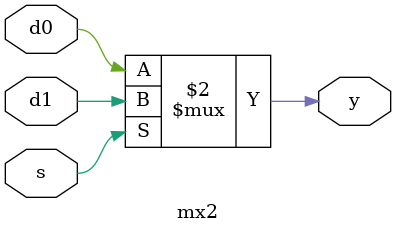
<source format=v>
module mx2(y, d0, d1, s); // 2 input MUX
	input d0, d1, s; // 3 input
	output y; // output
	
	assign y=(s==0)?d0:d1; // if(s=0) y=d0		else y=d1
	
endmodule

</source>
